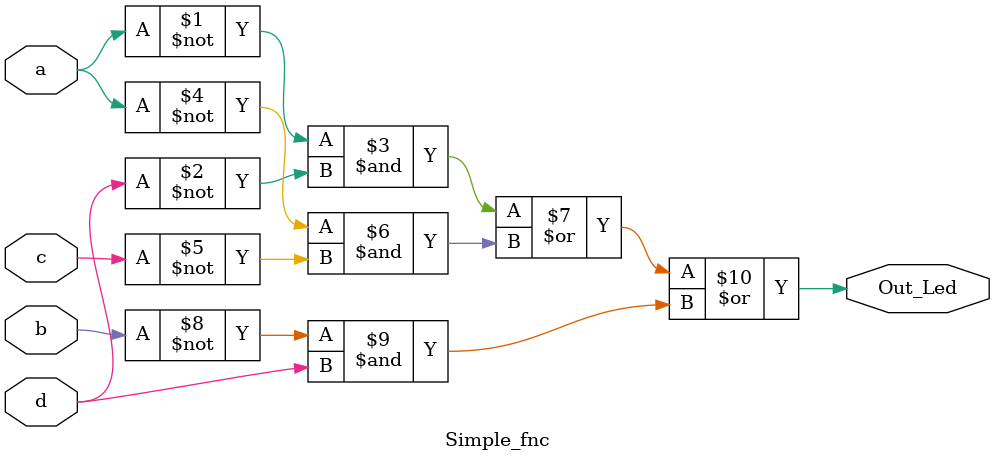
<source format=v>
`timescale 1ns / 1ps

module Simple_fnc(
    input a,
    output Out_Led,
    input b,
    input c,
    input d
    );
	 
	 assign Out_Led= (~a & ~d) | (~a & ~c) | (~b & d);


endmodule

</source>
